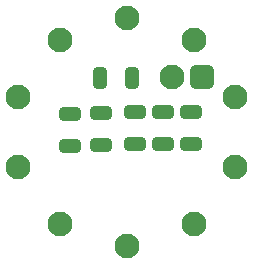
<source format=gbs>
G04 Layer_Color=16711935*
%FSLAX25Y25*%
%MOIN*%
G70*
G01*
G75*
G04:AMPARAMS|DCode=19|XSize=70.87mil|YSize=47.24mil|CornerRadius=12.8mil|HoleSize=0mil|Usage=FLASHONLY|Rotation=180.000|XOffset=0mil|YOffset=0mil|HoleType=Round|Shape=RoundedRectangle|*
%AMROUNDEDRECTD19*
21,1,0.07087,0.02165,0,0,180.0*
21,1,0.04528,0.04724,0,0,180.0*
1,1,0.02559,-0.02264,0.01083*
1,1,0.02559,0.02264,0.01083*
1,1,0.02559,0.02264,-0.01083*
1,1,0.02559,-0.02264,-0.01083*
%
%ADD19ROUNDEDRECTD19*%
%ADD20C,0.08268*%
G04:AMPARAMS|DCode=21|XSize=82.68mil|YSize=82.68mil|CornerRadius=21.65mil|HoleSize=0mil|Usage=FLASHONLY|Rotation=180.000|XOffset=0mil|YOffset=0mil|HoleType=Round|Shape=RoundedRectangle|*
%AMROUNDEDRECTD21*
21,1,0.08268,0.03937,0,0,180.0*
21,1,0.03937,0.08268,0,0,180.0*
1,1,0.04331,-0.01969,0.01969*
1,1,0.04331,0.01969,0.01969*
1,1,0.04331,0.01969,-0.01969*
1,1,0.04331,-0.01969,-0.01969*
%
%ADD21ROUNDEDRECTD21*%
G04:AMPARAMS|DCode=22|XSize=70.87mil|YSize=47.24mil|CornerRadius=12.8mil|HoleSize=0mil|Usage=FLASHONLY|Rotation=90.000|XOffset=0mil|YOffset=0mil|HoleType=Round|Shape=RoundedRectangle|*
%AMROUNDEDRECTD22*
21,1,0.07087,0.02165,0,0,90.0*
21,1,0.04528,0.04724,0,0,90.0*
1,1,0.02559,0.01083,0.02264*
1,1,0.02559,0.01083,-0.02264*
1,1,0.02559,-0.01083,-0.02264*
1,1,0.02559,-0.01083,0.02264*
%
%ADD22ROUNDEDRECTD22*%
D19*
X21260Y6496D02*
D03*
Y-4134D02*
D03*
X-18898Y-4528D02*
D03*
Y6102D02*
D03*
X2461Y6496D02*
D03*
Y-4134D02*
D03*
X11860Y6496D02*
D03*
Y-4134D02*
D03*
X-8858Y-4331D02*
D03*
Y6299D02*
D03*
D20*
X14902Y18209D02*
D03*
X-98Y37902D02*
D03*
X22237Y30644D02*
D03*
X36042Y11644D02*
D03*
Y-11841D02*
D03*
X22237Y-30841D02*
D03*
X-98Y-38098D02*
D03*
X-22434Y-30841D02*
D03*
X-36239Y-11841D02*
D03*
Y11644D02*
D03*
X-22434Y30644D02*
D03*
D21*
X24902Y18209D02*
D03*
D22*
X1476Y18110D02*
D03*
X-9154D02*
D03*
M02*

</source>
